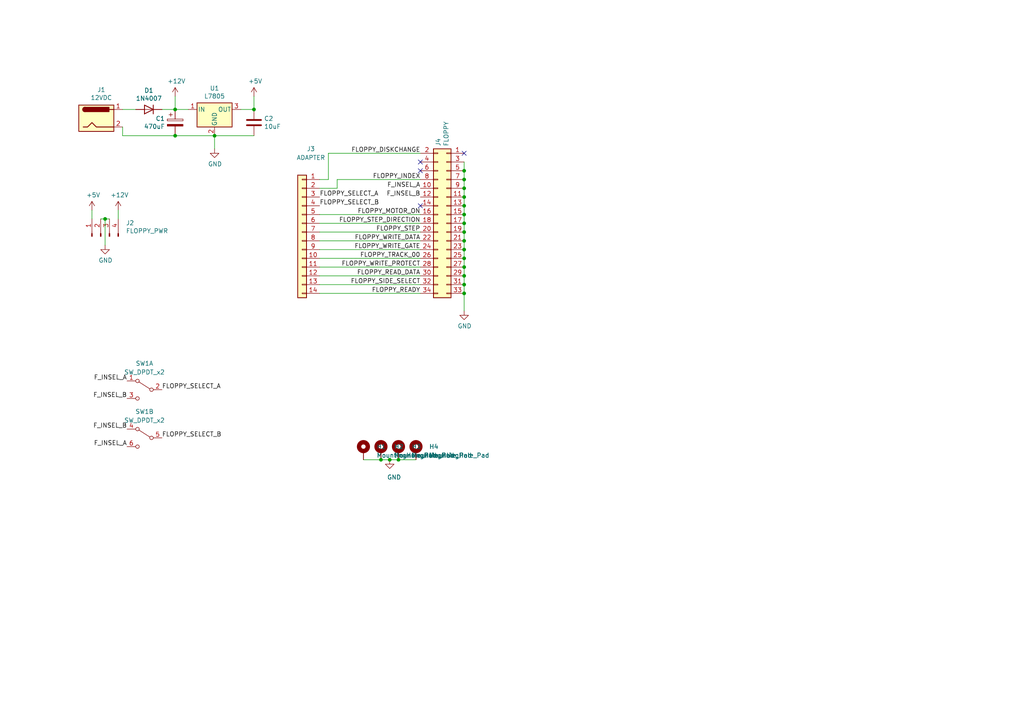
<source format=kicad_sch>
(kicad_sch (version 20210126) (generator eeschema)
  (paper "A4")
  (lib_symbols
    (symbol "Connector:Conn_01x04_Male" (pin_names (offset 1.016) hide)
      (property "Reference" "J" (at 0 5.08 0))
      (property "Value" "Conn_01x04_Male" (at 0 -7.62 0))
      (symbol "Conn_01x04_Male_1_1"
        (rectangle (start 0.8636 -4.953) (end 0 -5.207) (stroke (width 0.1524)) (fill (type outline)))
        (rectangle (start 0.8636 -2.413) (end 0 -2.667) (stroke (width 0.1524)) (fill (type outline)))
        (rectangle (start 0.8636 0.127) (end 0 -0.127) (stroke (width 0.1524)) (fill (type outline)))
        (rectangle (start 0.8636 2.667) (end 0 2.413) (stroke (width 0.1524)) (fill (type outline)))
        (polyline (pts (xy 1.27 -5.08) (xy 0.8636 -5.08)) (stroke (width 0.1524)))
        (polyline (pts (xy 1.27 -2.54) (xy 0.8636 -2.54)) (stroke (width 0.1524)))
        (polyline (pts (xy 1.27 0) (xy 0.8636 0)) (stroke (width 0.1524)))
        (polyline (pts (xy 1.27 2.54) (xy 0.8636 2.54)) (stroke (width 0.1524)))
        (pin passive line (at 5.08 2.54 180) (length 3.81) (name "Pin_1") (number "1"))
        (pin passive line (at 5.08 0 180) (length 3.81) (name "Pin_2") (number "2"))
        (pin passive line (at 5.08 -2.54 180) (length 3.81) (name "Pin_3") (number "3"))
        (pin passive line (at 5.08 -5.08 180) (length 3.81) (name "Pin_4") (number "4"))
      )
    )
    (symbol "Connector:Jack-DC" (pin_names (offset 1.016))
      (property "Reference" "J" (at 0 5.334 0))
      (property "Value" "Jack-DC" (at 0 -5.08 0))
      (symbol "Jack-DC_0_1"
        (arc (start -3.302 3.175) (end -3.302 1.905) (radius (at -3.302 2.54) (length 0.635) (angles 90.1 -90.1)) (stroke (width 0.254)) (fill (type outline)))
        (arc (start -3.302 3.175) (end -3.302 1.905) (radius (at -3.302 2.54) (length 0.635) (angles 90.1 -90.1)) (stroke (width 0.254)))
        (rectangle (start -5.08 3.81) (end 5.08 -3.81) (stroke (width 0.254)) (fill (type background)))
        (rectangle (start 3.683 3.175) (end -3.302 1.905) (stroke (width 0.254)) (fill (type outline)))
        (polyline (pts (xy 5.08 2.54) (xy 3.81 2.54)) (stroke (width 0.254)))
        (polyline (pts (xy -3.81 -2.54) (xy -2.54 -2.54) (xy -1.27 -1.27) (xy 0 -2.54) (xy 2.54 -2.54) (xy 5.08 -2.54)) (stroke (width 0.254)))
      )
      (symbol "Jack-DC_1_1"
        (pin passive line (at 7.62 2.54 180) (length 2.54) (name "~") (number "1"))
        (pin passive line (at 7.62 -2.54 180) (length 2.54) (name "~") (number "2"))
      )
    )
    (symbol "Connector_Generic:Conn_01x14" (pin_names (offset 1.016) hide)
      (property "Reference" "J" (at 0 17.78 0))
      (property "Value" "Conn_01x14" (at 0 -20.32 0))
      (symbol "Conn_01x14_1_1"
        (rectangle (start -1.27 -4.953) (end 0 -5.207) (stroke (width 0.1524)))
        (rectangle (start -1.27 -7.493) (end 0 -7.747) (stroke (width 0.1524)))
        (rectangle (start -1.27 -10.033) (end 0 -10.287) (stroke (width 0.1524)))
        (rectangle (start -1.27 -12.573) (end 0 -12.827) (stroke (width 0.1524)))
        (rectangle (start -1.27 -15.113) (end 0 -15.367) (stroke (width 0.1524)))
        (rectangle (start -1.27 -17.653) (end 0 -17.907) (stroke (width 0.1524)))
        (rectangle (start -1.27 -2.413) (end 0 -2.667) (stroke (width 0.1524)))
        (rectangle (start -1.27 2.667) (end 0 2.413) (stroke (width 0.1524)))
        (rectangle (start -1.27 5.207) (end 0 4.953) (stroke (width 0.1524)))
        (rectangle (start -1.27 7.747) (end 0 7.493) (stroke (width 0.1524)))
        (rectangle (start -1.27 10.287) (end 0 10.033) (stroke (width 0.1524)))
        (rectangle (start -1.27 0.127) (end 0 -0.127) (stroke (width 0.1524)))
        (rectangle (start -1.27 12.827) (end 0 12.573) (stroke (width 0.1524)))
        (rectangle (start -1.27 15.367) (end 0 15.113) (stroke (width 0.1524)))
        (rectangle (start -1.27 16.51) (end 1.27 -19.05) (stroke (width 0.254)) (fill (type background)))
        (pin passive line (at -5.08 15.24 0) (length 3.81) (name "Pin_1") (number "1"))
        (pin passive line (at -5.08 -7.62 0) (length 3.81) (name "Pin_10") (number "10"))
        (pin passive line (at -5.08 -10.16 0) (length 3.81) (name "Pin_11") (number "11"))
        (pin passive line (at -5.08 -12.7 0) (length 3.81) (name "Pin_12") (number "12"))
        (pin passive line (at -5.08 -15.24 0) (length 3.81) (name "Pin_13") (number "13"))
        (pin passive line (at -5.08 -17.78 0) (length 3.81) (name "Pin_14") (number "14"))
        (pin passive line (at -5.08 12.7 0) (length 3.81) (name "Pin_2") (number "2"))
        (pin passive line (at -5.08 10.16 0) (length 3.81) (name "Pin_3") (number "3"))
        (pin passive line (at -5.08 7.62 0) (length 3.81) (name "Pin_4") (number "4"))
        (pin passive line (at -5.08 5.08 0) (length 3.81) (name "Pin_5") (number "5"))
        (pin passive line (at -5.08 2.54 0) (length 3.81) (name "Pin_6") (number "6"))
        (pin passive line (at -5.08 0 0) (length 3.81) (name "Pin_7") (number "7"))
        (pin passive line (at -5.08 -2.54 0) (length 3.81) (name "Pin_8") (number "8"))
        (pin passive line (at -5.08 -5.08 0) (length 3.81) (name "Pin_9") (number "9"))
      )
    )
    (symbol "Connector_Generic:Conn_02x17_Odd_Even" (pin_names (offset 1.016) hide)
      (property "Reference" "J" (at 1.27 22.86 0))
      (property "Value" "Conn_02x17_Odd_Even" (at 1.27 -22.86 0))
      (symbol "Conn_02x17_Odd_Even_1_1"
        (rectangle (start -1.27 -4.953) (end 0 -5.207) (stroke (width 0.1524)))
        (rectangle (start -1.27 -7.493) (end 0 -7.747) (stroke (width 0.1524)))
        (rectangle (start -1.27 -10.033) (end 0 -10.287) (stroke (width 0.1524)))
        (rectangle (start -1.27 -12.573) (end 0 -12.827) (stroke (width 0.1524)))
        (rectangle (start -1.27 -15.113) (end 0 -15.367) (stroke (width 0.1524)))
        (rectangle (start -1.27 -17.653) (end 0 -17.907) (stroke (width 0.1524)))
        (rectangle (start -1.27 -20.193) (end 0 -20.447) (stroke (width 0.1524)))
        (rectangle (start -1.27 -2.413) (end 0 -2.667) (stroke (width 0.1524)))
        (rectangle (start -1.27 2.667) (end 0 2.413) (stroke (width 0.1524)))
        (rectangle (start -1.27 5.207) (end 0 4.953) (stroke (width 0.1524)))
        (rectangle (start -1.27 7.747) (end 0 7.493) (stroke (width 0.1524)))
        (rectangle (start -1.27 10.287) (end 0 10.033) (stroke (width 0.1524)))
        (rectangle (start -1.27 0.127) (end 0 -0.127) (stroke (width 0.1524)))
        (rectangle (start -1.27 12.827) (end 0 12.573) (stroke (width 0.1524)))
        (rectangle (start -1.27 15.367) (end 0 15.113) (stroke (width 0.1524)))
        (rectangle (start -1.27 17.907) (end 0 17.653) (stroke (width 0.1524)))
        (rectangle (start -1.27 20.447) (end 0 20.193) (stroke (width 0.1524)))
        (rectangle (start -1.27 21.59) (end 3.81 -21.59) (stroke (width 0.254)) (fill (type background)))
        (rectangle (start 3.81 -4.953) (end 2.54 -5.207) (stroke (width 0.1524)))
        (rectangle (start 3.81 -7.493) (end 2.54 -7.747) (stroke (width 0.1524)))
        (rectangle (start 3.81 -10.033) (end 2.54 -10.287) (stroke (width 0.1524)))
        (rectangle (start 3.81 -12.573) (end 2.54 -12.827) (stroke (width 0.1524)))
        (rectangle (start 3.81 -15.113) (end 2.54 -15.367) (stroke (width 0.1524)))
        (rectangle (start 3.81 -17.653) (end 2.54 -17.907) (stroke (width 0.1524)))
        (rectangle (start 3.81 -20.193) (end 2.54 -20.447) (stroke (width 0.1524)))
        (rectangle (start 3.81 -2.413) (end 2.54 -2.667) (stroke (width 0.1524)))
        (rectangle (start 3.81 2.667) (end 2.54 2.413) (stroke (width 0.1524)))
        (rectangle (start 3.81 5.207) (end 2.54 4.953) (stroke (width 0.1524)))
        (rectangle (start 3.81 7.747) (end 2.54 7.493) (stroke (width 0.1524)))
        (rectangle (start 3.81 10.287) (end 2.54 10.033) (stroke (width 0.1524)))
        (rectangle (start 3.81 0.127) (end 2.54 -0.127) (stroke (width 0.1524)))
        (rectangle (start 3.81 12.827) (end 2.54 12.573) (stroke (width 0.1524)))
        (rectangle (start 3.81 15.367) (end 2.54 15.113) (stroke (width 0.1524)))
        (rectangle (start 3.81 17.907) (end 2.54 17.653) (stroke (width 0.1524)))
        (rectangle (start 3.81 20.447) (end 2.54 20.193) (stroke (width 0.1524)))
        (pin passive line (at -5.08 20.32 0) (length 3.81) (name "Pin_1") (number "1"))
        (pin passive line (at 7.62 10.16 180) (length 3.81) (name "Pin_10") (number "10"))
        (pin passive line (at -5.08 7.62 0) (length 3.81) (name "Pin_11") (number "11"))
        (pin passive line (at 7.62 7.62 180) (length 3.81) (name "Pin_12") (number "12"))
        (pin passive line (at -5.08 5.08 0) (length 3.81) (name "Pin_13") (number "13"))
        (pin passive line (at 7.62 5.08 180) (length 3.81) (name "Pin_14") (number "14"))
        (pin passive line (at -5.08 2.54 0) (length 3.81) (name "Pin_15") (number "15"))
        (pin passive line (at 7.62 2.54 180) (length 3.81) (name "Pin_16") (number "16"))
        (pin passive line (at -5.08 0 0) (length 3.81) (name "Pin_17") (number "17"))
        (pin passive line (at 7.62 0 180) (length 3.81) (name "Pin_18") (number "18"))
        (pin passive line (at -5.08 -2.54 0) (length 3.81) (name "Pin_19") (number "19"))
        (pin passive line (at 7.62 20.32 180) (length 3.81) (name "Pin_2") (number "2"))
        (pin passive line (at 7.62 -2.54 180) (length 3.81) (name "Pin_20") (number "20"))
        (pin passive line (at -5.08 -5.08 0) (length 3.81) (name "Pin_21") (number "21"))
        (pin passive line (at 7.62 -5.08 180) (length 3.81) (name "Pin_22") (number "22"))
        (pin passive line (at -5.08 -7.62 0) (length 3.81) (name "Pin_23") (number "23"))
        (pin passive line (at 7.62 -7.62 180) (length 3.81) (name "Pin_24") (number "24"))
        (pin passive line (at -5.08 -10.16 0) (length 3.81) (name "Pin_25") (number "25"))
        (pin passive line (at 7.62 -10.16 180) (length 3.81) (name "Pin_26") (number "26"))
        (pin passive line (at -5.08 -12.7 0) (length 3.81) (name "Pin_27") (number "27"))
        (pin passive line (at 7.62 -12.7 180) (length 3.81) (name "Pin_28") (number "28"))
        (pin passive line (at -5.08 -15.24 0) (length 3.81) (name "Pin_29") (number "29"))
        (pin passive line (at -5.08 17.78 0) (length 3.81) (name "Pin_3") (number "3"))
        (pin passive line (at 7.62 -15.24 180) (length 3.81) (name "Pin_30") (number "30"))
        (pin passive line (at -5.08 -17.78 0) (length 3.81) (name "Pin_31") (number "31"))
        (pin passive line (at 7.62 -17.78 180) (length 3.81) (name "Pin_32") (number "32"))
        (pin passive line (at -5.08 -20.32 0) (length 3.81) (name "Pin_33") (number "33"))
        (pin passive line (at 7.62 -20.32 180) (length 3.81) (name "Pin_34") (number "34"))
        (pin passive line (at 7.62 17.78 180) (length 3.81) (name "Pin_4") (number "4"))
        (pin passive line (at -5.08 15.24 0) (length 3.81) (name "Pin_5") (number "5"))
        (pin passive line (at 7.62 15.24 180) (length 3.81) (name "Pin_6") (number "6"))
        (pin passive line (at -5.08 12.7 0) (length 3.81) (name "Pin_7") (number "7"))
        (pin passive line (at 7.62 12.7 180) (length 3.81) (name "Pin_8") (number "8"))
        (pin passive line (at -5.08 10.16 0) (length 3.81) (name "Pin_9") (number "9"))
      )
    )
    (symbol "Device:C" (pin_numbers hide) (pin_names (offset 0.254))
      (property "Reference" "C" (at 0.635 2.54 0))
      (property "Value" "C" (at 0.635 -2.54 0))
      (symbol "C_0_1"
        (polyline (pts (xy -2.032 -0.762) (xy 2.032 -0.762)) (stroke (width 0.508)))
        (polyline (pts (xy -2.032 0.762) (xy 2.032 0.762)) (stroke (width 0.508)))
      )
      (symbol "C_1_1"
        (pin passive line (at 0 3.81 270) (length 2.794) (name "~") (number "1"))
        (pin passive line (at 0 -3.81 90) (length 2.794) (name "~") (number "2"))
      )
    )
    (symbol "Device:C_Polarized" (pin_numbers hide) (pin_names (offset 0.254))
      (property "Reference" "C" (at 0.635 2.54 0))
      (property "Value" "C_Polarized" (at 0.635 -2.54 0))
      (symbol "C_Polarized_0_1"
        (rectangle (start -2.286 0.508) (end 2.286 1.016))
        (rectangle (start 2.286 -0.508) (end -2.286 -1.016) (fill (type outline)))
        (polyline (pts (xy -1.778 2.286) (xy -0.762 2.286)))
        (polyline (pts (xy -1.27 2.794) (xy -1.27 1.778)))
      )
      (symbol "C_Polarized_1_1"
        (pin passive line (at 0 3.81 270) (length 2.794) (name "~") (number "1"))
        (pin passive line (at 0 -3.81 90) (length 2.794) (name "~") (number "2"))
      )
    )
    (symbol "Device:D" (pin_numbers hide) (pin_names (offset 1.016) hide)
      (property "Reference" "D" (at 0 2.54 0))
      (property "Value" "D" (at 0 -2.54 0))
      (symbol "D_0_1"
        (polyline (pts (xy -1.27 1.27) (xy -1.27 -1.27)) (stroke (width 0.254)))
        (polyline (pts (xy 1.27 0) (xy -1.27 0)))
        (polyline (pts (xy 1.27 1.27) (xy 1.27 -1.27) (xy -1.27 0) (xy 1.27 1.27)) (stroke (width 0.254)))
      )
      (symbol "D_1_1"
        (pin passive line (at -3.81 0 0) (length 2.54) (name "K") (number "1"))
        (pin passive line (at 3.81 0 180) (length 2.54) (name "A") (number "2"))
      )
    )
    (symbol "Mechanical:MountingHole_Pad" (pin_numbers hide) (pin_names (offset 1.016) hide)
      (property "Reference" "H" (at 0 6.35 0))
      (property "Value" "MountingHole_Pad" (at 0 4.445 0))
      (symbol "MountingHole_Pad_0_1"
        (circle (center 0 1.27) (radius 1.27) (stroke (width 1.27)))
      )
      (symbol "MountingHole_Pad_1_1"
        (pin input line (at 0 -2.54 90) (length 2.54) (name "1") (number "1"))
      )
    )
    (symbol "Regulator_Linear:L7812" (pin_names (offset 0.254))
      (property "Reference" "U" (at -3.81 3.175 0))
      (property "Value" "L7812" (at 0 3.175 0))
      (symbol "L7812_0_1"
        (rectangle (start -5.08 1.905) (end 5.08 -5.08) (stroke (width 0.254)) (fill (type background)))
      )
      (symbol "L7812_1_1"
        (pin power_in line (at -7.62 0 0) (length 2.54) (name "IN") (number "1"))
        (pin power_in line (at 0 -7.62 90) (length 2.54) (name "GND") (number "2"))
        (pin power_out line (at 7.62 0 180) (length 2.54) (name "OUT") (number "3"))
      )
    )
    (symbol "Switch:SW_DPDT_x2" (pin_names (offset 0) hide)
      (property "Reference" "SW" (at 0 4.318 0))
      (property "Value" "SW_DPDT_x2" (at 0 -5.08 0))
      (symbol "SW_DPDT_x2_0_0"
        (circle (center -2.032 0) (radius 0.508))
        (circle (center 2.032 -2.54) (radius 0.508))
      )
      (symbol "SW_DPDT_x2_0_1"
        (circle (center 2.032 2.54) (radius 0.508))
        (polyline (pts (xy -1.524 0.254) (xy 1.651 2.286)))
      )
      (symbol "SW_DPDT_x2_1_1"
        (pin passive line (at 5.08 2.54 180) (length 2.54) (name "A") (number "1"))
        (pin passive line (at -5.08 0 0) (length 2.54) (name "B") (number "2"))
        (pin passive line (at 5.08 -2.54 180) (length 2.54) (name "C") (number "3"))
      )
      (symbol "SW_DPDT_x2_2_1"
        (pin passive line (at 5.08 2.54 180) (length 2.54) (name "A") (number "4"))
        (pin passive line (at -5.08 0 0) (length 2.54) (name "B") (number "5"))
        (pin passive line (at 5.08 -2.54 180) (length 2.54) (name "C") (number "6"))
      )
    )
    (symbol "power:+12V" (power) (pin_names (offset 0))
      (property "Value" "+12V" (at 0 3.556 0))
      (symbol "+12V_0_1"
        (polyline (pts (xy -0.762 1.27) (xy 0 2.54)))
        (polyline (pts (xy 0 0) (xy 0 2.54)))
        (polyline (pts (xy 0 2.54) (xy 0.762 1.27)))
      )
      (symbol "+12V_1_1"
        (pin power_in line (at 0 0 90) (length 0) hide (name "+12V") (number "1"))
      )
    )
    (symbol "power:+5V" (power) (pin_names (offset 0))
      (property "Value" "+5V" (at 0 3.556 0))
      (symbol "+5V_0_1"
        (polyline (pts (xy -0.762 1.27) (xy 0 2.54)))
        (polyline (pts (xy 0 0) (xy 0 2.54)))
        (polyline (pts (xy 0 2.54) (xy 0.762 1.27)))
      )
      (symbol "+5V_1_1"
        (pin power_in line (at 0 0 90) (length 0) hide (name "+5V") (number "1"))
      )
    )
    (symbol "power:GND" (power) (pin_names (offset 0))
      (property "Value" "GND" (at 0 -3.81 0))
      (symbol "GND_0_1"
        (polyline (pts (xy 0 0) (xy 0 -1.27) (xy 1.27 -1.27) (xy 0 -2.54) (xy -1.27 -1.27) (xy 0 -1.27)))
      )
      (symbol "GND_1_1"
        (pin power_in line (at 0 0 270) (length 0) hide (name "GND") (number "1"))
      )
    )
  )
  (junction (at 30.48 63.5) (diameter 0.9144))
  (junction (at 50.8 31.75) (diameter 0.9144))
  (junction (at 50.8 39.37) (diameter 0.9144))
  (junction (at 62.23 39.37) (diameter 0.9144))
  (junction (at 73.66 31.75) (diameter 0.9144))
  (junction (at 110.49 133.35) (diameter 0.9144))
  (junction (at 113.03 133.35) (diameter 0.9144))
  (junction (at 115.57 133.35) (diameter 0.9144))
  (junction (at 134.62 49.53) (diameter 0.9144))
  (junction (at 134.62 52.07) (diameter 0.9144))
  (junction (at 134.62 54.61) (diameter 0.9144))
  (junction (at 134.62 57.15) (diameter 0.9144))
  (junction (at 134.62 59.69) (diameter 0.9144))
  (junction (at 134.62 62.23) (diameter 0.9144))
  (junction (at 134.62 64.77) (diameter 0.9144))
  (junction (at 134.62 67.31) (diameter 0.9144))
  (junction (at 134.62 69.85) (diameter 0.9144))
  (junction (at 134.62 72.39) (diameter 0.9144))
  (junction (at 134.62 74.93) (diameter 0.9144))
  (junction (at 134.62 77.47) (diameter 0.9144))
  (junction (at 134.62 80.01) (diameter 0.9144))
  (junction (at 134.62 82.55) (diameter 0.9144))
  (junction (at 134.62 85.09) (diameter 0.9144))
  (no_connect (at 121.92 46.99))
  (no_connect (at 121.92 49.53))
  (no_connect (at 121.92 59.69))
  (no_connect (at 134.62 44.45))
  (wire (pts (xy 26.67 63.5) (xy 26.67 60.96)))
  (wire (pts (xy 30.48 63.5) (xy 29.21 63.5)))
  (wire (pts (xy 30.48 63.5) (xy 30.48 71.12)))
  (wire (pts (xy 31.75 63.5) (xy 30.48 63.5)))
  (wire (pts (xy 34.29 63.5) (xy 34.29 60.96)))
  (wire (pts (xy 35.56 31.75) (xy 39.37 31.75)))
  (wire (pts (xy 35.56 39.37) (xy 35.56 36.83)))
  (wire (pts (xy 35.56 39.37) (xy 50.8 39.37)))
  (wire (pts (xy 46.99 31.75) (xy 50.8 31.75)))
  (wire (pts (xy 50.8 31.75) (xy 50.8 27.94)))
  (wire (pts (xy 50.8 31.75) (xy 54.61 31.75)))
  (wire (pts (xy 50.8 39.37) (xy 62.23 39.37)))
  (wire (pts (xy 62.23 39.37) (xy 62.23 43.18)))
  (wire (pts (xy 73.66 27.94) (xy 73.66 31.75)))
  (wire (pts (xy 73.66 31.75) (xy 69.85 31.75)))
  (wire (pts (xy 73.66 39.37) (xy 62.23 39.37)))
  (wire (pts (xy 92.71 69.85) (xy 121.92 69.85)))
  (wire (pts (xy 92.71 74.93) (xy 121.92 74.93)))
  (wire (pts (xy 92.71 80.01) (xy 121.92 80.01)))
  (wire (pts (xy 95.25 44.45) (xy 95.25 52.07)))
  (wire (pts (xy 95.25 52.07) (xy 92.71 52.07)))
  (wire (pts (xy 97.79 52.07) (xy 97.79 54.61)))
  (wire (pts (xy 97.79 54.61) (xy 92.71 54.61)))
  (wire (pts (xy 105.41 133.35) (xy 110.49 133.35)))
  (wire (pts (xy 110.49 133.35) (xy 113.03 133.35)))
  (wire (pts (xy 113.03 133.35) (xy 115.57 133.35)))
  (wire (pts (xy 115.57 133.35) (xy 120.65 133.35)))
  (wire (pts (xy 121.92 44.45) (xy 95.25 44.45)))
  (wire (pts (xy 121.92 52.07) (xy 97.79 52.07)))
  (wire (pts (xy 121.92 62.23) (xy 92.71 62.23)))
  (wire (pts (xy 121.92 64.77) (xy 92.71 64.77)))
  (wire (pts (xy 121.92 67.31) (xy 92.71 67.31)))
  (wire (pts (xy 121.92 72.39) (xy 92.71 72.39)))
  (wire (pts (xy 121.92 77.47) (xy 92.71 77.47)))
  (wire (pts (xy 121.92 82.55) (xy 92.71 82.55)))
  (wire (pts (xy 121.92 85.09) (xy 92.71 85.09)))
  (wire (pts (xy 134.62 49.53) (xy 134.62 46.99)))
  (wire (pts (xy 134.62 52.07) (xy 134.62 49.53)))
  (wire (pts (xy 134.62 54.61) (xy 134.62 52.07)))
  (wire (pts (xy 134.62 57.15) (xy 134.62 54.61)))
  (wire (pts (xy 134.62 59.69) (xy 134.62 57.15)))
  (wire (pts (xy 134.62 62.23) (xy 134.62 59.69)))
  (wire (pts (xy 134.62 64.77) (xy 134.62 62.23)))
  (wire (pts (xy 134.62 67.31) (xy 134.62 64.77)))
  (wire (pts (xy 134.62 69.85) (xy 134.62 67.31)))
  (wire (pts (xy 134.62 72.39) (xy 134.62 69.85)))
  (wire (pts (xy 134.62 74.93) (xy 134.62 72.39)))
  (wire (pts (xy 134.62 77.47) (xy 134.62 74.93)))
  (wire (pts (xy 134.62 80.01) (xy 134.62 77.47)))
  (wire (pts (xy 134.62 82.55) (xy 134.62 80.01)))
  (wire (pts (xy 134.62 85.09) (xy 134.62 82.55)))
  (wire (pts (xy 134.62 90.17) (xy 134.62 85.09)))
  (label "F_INSEL_A" (at 36.83 110.49 180))
  (label "F_INSEL_B" (at 36.83 115.57 180))
  (label "F_INSEL_B" (at 36.83 124.46 180))
  (label "F_INSEL_A" (at 36.83 129.54 180))
  (label "FLOPPY_SELECT_A" (at 46.99 113.03 0))
  (label "FLOPPY_SELECT_B" (at 46.99 127 0))
  (label "FLOPPY_SELECT_A" (at 92.71 57.15 0))
  (label "FLOPPY_SELECT_B" (at 92.71 59.69 0))
  (label "FLOPPY_DISKCHANGE" (at 121.92 44.45 180))
  (label "FLOPPY_INDEX" (at 121.92 52.07 180))
  (label "F_INSEL_A" (at 121.92 54.61 180))
  (label "F_INSEL_B" (at 121.92 57.15 180))
  (label "FLOPPY_MOTOR_ON" (at 121.92 62.23 180))
  (label "FLOPPY_STEP_DIRECTION" (at 121.92 64.77 180))
  (label "FLOPPY_STEP" (at 121.92 67.31 180))
  (label "FLOPPY_WRITE_DATA" (at 121.92 69.85 180))
  (label "FLOPPY_WRITE_GATE" (at 121.92 72.39 180))
  (label "FLOPPY_TRACK_00" (at 121.92 74.93 180))
  (label "FLOPPY_WRITE_PROTECT" (at 121.92 77.47 180))
  (label "FLOPPY_READ_DATA" (at 121.92 80.01 180))
  (label "FLOPPY_SIDE_SELECT" (at 121.92 82.55 180))
  (label "FLOPPY_READY" (at 121.92 85.09 180))
  (symbol (lib_id "power:+5V") (at 26.67 60.96 0) (unit 1)
    (property "Reference" "#PWR01" (effects hide))
    (property "Value" "+5V" (at 27.051 56.5658 0))
  )
  (symbol (lib_id "power:+12V") (at 34.29 60.96 0) (unit 1)
    (property "Reference" "#PWR03" (effects hide))
    (property "Value" "+12V" (at 34.671 56.5658 0))
  )
  (symbol (lib_id "power:+12V") (at 50.8 27.94 0) (unit 1)
    (property "Reference" "#PWR04" (effects hide))
    (property "Value" "+12V" (at 51.181 23.5458 0))
  )
  (symbol (lib_id "power:+5V") (at 73.66 27.94 0) (unit 1)
    (property "Reference" "#PWR06" (effects hide))
    (property "Value" "+5V" (at 74.041 23.5458 0))
  )
  (symbol (lib_id "power:GND") (at 30.48 71.12 0) (unit 1)
    (property "Reference" "#PWR02" (effects hide))
    (property "Value" "GND" (at 30.607 75.5142 0))
  )
  (symbol (lib_id "power:GND") (at 62.23 43.18 0) (unit 1)
    (property "Reference" "#PWR05" (effects hide))
    (property "Value" "GND" (at 62.357 47.5742 0))
  )
  (symbol (lib_id "power:GND") (at 113.03 133.35 0) (unit 1)
    (property "Reference" "#PWR0104" (effects hide))
    (property "Value" "GND" (at 114.3 138.43 0))
  )
  (symbol (lib_id "power:GND") (at 134.62 90.17 0) (unit 1)
    (property "Reference" "#PWR07" (effects hide))
    (property "Value" "GND" (at 134.747 94.5642 0))
  )
  (symbol (lib_id "Mechanical:MountingHole_Pad") (at 105.41 130.81 0) (unit 1)
    (property "Reference" "H1" (at 109.22 129.54 0) (effects (justify left)))
    (property "Value" "MountingHole_Pad" (at 109.22 132.08 0) (effects (justify left)))
    (property "Footprint" "MountingHole:MountingHole_3.2mm_M3_DIN965_Pad_TopBottom" (effects hide))
  )
  (symbol (lib_id "Mechanical:MountingHole_Pad") (at 110.49 130.81 0) (unit 1)
    (property "Reference" "H2" (at 114.3 129.54 0) (effects (justify left)))
    (property "Value" "MountingHole_Pad" (at 114.3 132.08 0) (effects (justify left)))
    (property "Footprint" "MountingHole:MountingHole_3.2mm_M3_DIN965_Pad_TopBottom" (effects hide))
  )
  (symbol (lib_id "Mechanical:MountingHole_Pad") (at 115.57 130.81 0) (unit 1)
    (property "Reference" "H3" (at 119.38 129.54 0) (effects (justify left)))
    (property "Value" "MountingHole_Pad" (at 119.38 132.08 0) (effects (justify left)))
    (property "Footprint" "MountingHole:MountingHole_3.2mm_M3_DIN965_Pad_TopBottom" (effects hide))
  )
  (symbol (lib_id "Mechanical:MountingHole_Pad") (at 120.65 130.81 0) (unit 1)
    (property "Reference" "H4" (at 124.46 129.54 0) (effects (justify left)))
    (property "Value" "MountingHole_Pad" (at 124.46 132.08 0) (effects (justify left)))
    (property "Footprint" "MountingHole:MountingHole_3.2mm_M3_DIN965_Pad_TopBottom" (effects hide))
  )
  (symbol (lib_id "Device:D") (at 43.18 31.75 180) (unit 1)
    (property "Reference" "D1" (at 43.18 26.2382 0))
    (property "Value" "1N4007" (at 43.18 28.5496 0))
    (property "Footprint" "Diode_THT:D_DO-41_SOD81_P7.62mm_Horizontal" (effects hide))
  )
  (symbol (lib_id "Device:C_Polarized") (at 50.8 35.56 0) (unit 1)
    (property "Reference" "C1" (at 47.8282 34.3916 0) (effects (justify right)))
    (property "Value" "470uF" (at 47.8282 36.703 0) (effects (justify right)))
    (property "Footprint" "Capacitor_THT:C_Radial_D10.0mm_H12.5mm_P5.00mm" (effects hide))
  )
  (symbol (lib_id "Device:C") (at 73.66 35.56 0) (unit 1)
    (property "Reference" "C2" (at 76.581 34.3916 0) (effects (justify left)))
    (property "Value" "10uF" (at 76.581 36.703 0) (effects (justify left)))
    (property "Footprint" "Capacitor_THT:C_Disc_D10.0mm_W2.5mm_P5.00mm" (effects hide))
  )
  (symbol (lib_id "Connector:Conn_01x04_Male") (at 29.21 68.58 90) (unit 1)
    (property "Reference" "J2" (at 36.5252 64.6684 90) (effects (justify right)))
    (property "Value" "FLOPPY_PWR" (at 36.5252 66.9798 90) (effects (justify right)))
    (property "Footprint" "Connector_Molex:Molex_KK-254_AE-6410-04A_1x04_P2.54mm_Vertical" (effects hide))
  )
  (symbol (lib_id "Switch:SW_DPDT_x2") (at 41.91 113.03 0) (mirror y) (unit 1)
    (property "Reference" "SW1" (at 41.91 105.41 0))
    (property "Value" "SW_DPDT_x2" (at 41.91 107.95 0))
    (property "Footprint" "Button_Switch_THT:SW_CuK_JS202011AQN_DPDT_Angled" (effects hide))
  )
  (symbol (lib_id "Switch:SW_DPDT_x2") (at 41.91 127 0) (mirror y) (unit 2)
    (property "Reference" "SW1" (at 41.91 119.38 0))
    (property "Value" "SW_DPDT_x2" (at 41.91 121.92 0))
    (property "Footprint" "Button_Switch_THT:SW_CuK_JS202011AQN_DPDT_Angled" (effects hide))
  )
  (symbol (lib_id "Connector:Jack-DC") (at 27.94 34.29 0) (unit 1)
    (property "Reference" "J1" (at 29.3878 26.035 0))
    (property "Value" "12VDC" (at 29.3878 28.3464 0))
    (property "Footprint" "Connector_BarrelJack:BarrelJack_Horizontal" (effects hide))
  )
  (symbol (lib_id "Regulator_Linear:L7812") (at 62.23 31.75 0) (unit 1)
    (property "Reference" "U1" (at 62.23 25.6032 0))
    (property "Value" "L7805" (at 62.23 27.9146 0))
    (property "Footprint" "Package_TO_SOT_THT:TO-220-3_Horizontal_TabDown" (effects hide))
    (property "Datasheet" "http://www.st.com/content/ccc/resource/technical/document/datasheet/41/4f/b3/b0/12/d4/47/88/CD00000444.pdf/files/CD00000444.pdf/jcr:content/translations/en.CD00000444.pdf" (effects hide))
  )
  (symbol (lib_id "Connector_Generic:Conn_01x14") (at 87.63 67.31 0) (mirror y) (unit 1)
    (property "Reference" "J3" (at 90.17 43.18 0))
    (property "Value" "ADAPTER" (at 90.17 45.72 0))
    (property "Footprint" "Connector_IDC:IDC-Header_2x07_P2.54mm_Horizontal" (effects hide))
  )
  (symbol (lib_id "Connector_Generic:Conn_02x17_Odd_Even") (at 129.54 64.77 0) (mirror y) (unit 1)
    (property "Reference" "J4" (at 127.1016 42.4434 90) (effects (justify left)))
    (property "Value" "FLOPPY" (at 129.413 42.4434 90) (effects (justify left)))
    (property "Footprint" "Connector_IDC:IDC-Header_2x17_P2.54mm_Vertical" (effects hide))
  )
)
</source>
